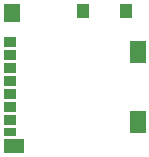
<source format=gbr>
%TF.GenerationSoftware,KiCad,Pcbnew,7.0.10*%
%TF.CreationDate,2025-01-29T22:34:48+01:00*%
%TF.ProjectId,BugWiperPCB,42756757-6970-4657-9250-43422e6b6963,rev?*%
%TF.SameCoordinates,Original*%
%TF.FileFunction,Paste,Bot*%
%TF.FilePolarity,Positive*%
%FSLAX46Y46*%
G04 Gerber Fmt 4.6, Leading zero omitted, Abs format (unit mm)*
G04 Created by KiCad (PCBNEW 7.0.10) date 2025-01-29 22:34:48*
%MOMM*%
%LPD*%
G01*
G04 APERTURE LIST*
%ADD10R,1.100000X0.850000*%
%ADD11R,1.100000X0.750000*%
%ADD12R,1.000000X1.200000*%
%ADD13R,1.350000X1.550000*%
%ADD14R,1.350000X1.900000*%
%ADD15R,1.800000X1.170000*%
G04 APERTURE END LIST*
D10*
%TO.C,J8*%
X111050000Y-69895000D03*
X111050000Y-70995000D03*
X111050000Y-72095000D03*
X111050000Y-73195000D03*
X111050000Y-74295000D03*
X111050000Y-75395000D03*
X111050000Y-76495000D03*
D11*
X111050000Y-77545000D03*
D12*
X117200000Y-67260000D03*
X120900000Y-67260000D03*
D13*
X111175000Y-67435000D03*
D14*
X121875000Y-70760000D03*
X121875000Y-76730000D03*
D15*
X111400000Y-78755000D03*
%TD*%
M02*

</source>
